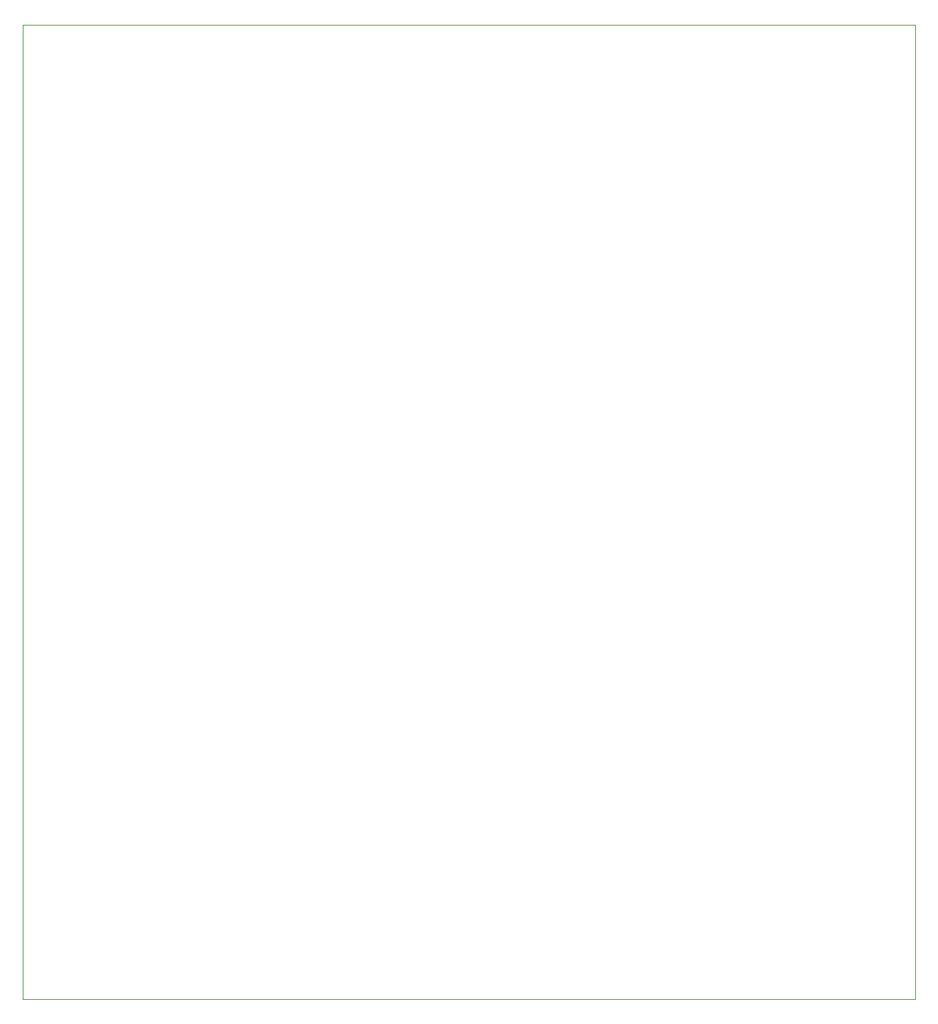
<source format=gbr>
%TF.GenerationSoftware,KiCad,Pcbnew,6.0.2+dfsg-1*%
%TF.CreationDate,2023-06-13T19:55:06-04:00*%
%TF.ProjectId,EngineData,456e6769-6e65-4446-9174-612e6b696361,rev?*%
%TF.SameCoordinates,Original*%
%TF.FileFunction,Profile,NP*%
%FSLAX46Y46*%
G04 Gerber Fmt 4.6, Leading zero omitted, Abs format (unit mm)*
G04 Created by KiCad (PCBNEW 6.0.2+dfsg-1) date 2023-06-13 19:55:06*
%MOMM*%
%LPD*%
G01*
G04 APERTURE LIST*
%TA.AperFunction,Profile*%
%ADD10C,0.100000*%
%TD*%
G04 APERTURE END LIST*
D10*
X88773000Y-39878000D02*
X198247000Y-39878000D01*
X198247000Y-39878000D02*
X198247000Y-159385000D01*
X198247000Y-159385000D02*
X88773000Y-159385000D01*
X88773000Y-159385000D02*
X88773000Y-39878000D01*
M02*

</source>
